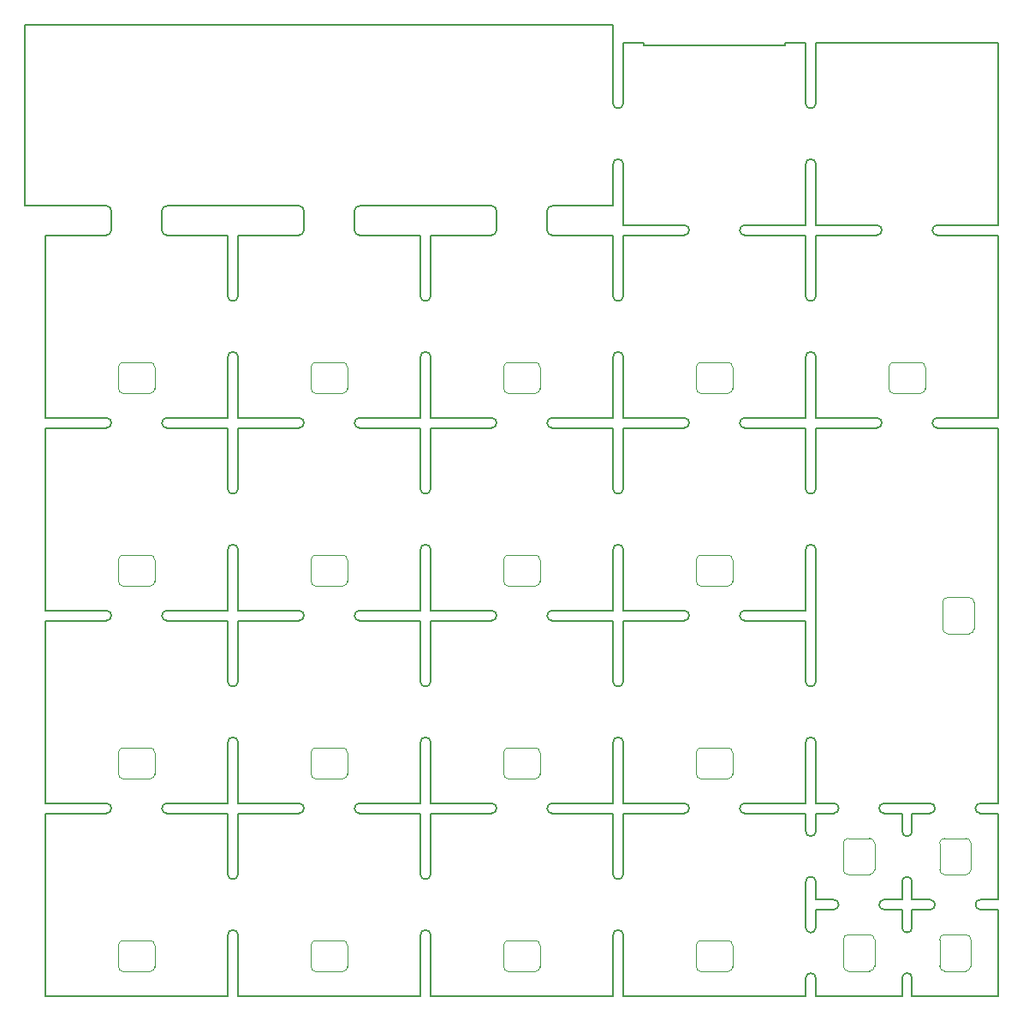
<source format=gm1>
%TF.GenerationSoftware,KiCad,Pcbnew,5.1.12-84ad8e8a86~92~ubuntu20.04.1*%
%TF.CreationDate,2021-11-14T16:01:40+01:00*%
%TF.ProjectId,Lergo,4c657267-6f2e-46b6-9963-61645f706362,v1.A*%
%TF.SameCoordinates,Original*%
%TF.FileFunction,Profile,NP*%
%FSLAX46Y46*%
G04 Gerber Fmt 4.6, Leading zero omitted, Abs format (unit mm)*
G04 Created by KiCad (PCBNEW 5.1.12-84ad8e8a86~92~ubuntu20.04.1) date 2021-11-14 16:01:40*
%MOMM*%
%LPD*%
G01*
G04 APERTURE LIST*
%TA.AperFunction,Profile*%
%ADD10C,0.150000*%
%TD*%
%TA.AperFunction,Profile*%
%ADD11C,0.120000*%
%TD*%
G04 APERTURE END LIST*
D10*
X101743750Y-57650216D02*
X101743750Y-57975000D01*
X99718880Y-57650216D02*
X101743750Y-57650216D01*
X115743750Y-57650216D02*
X115743750Y-57975000D01*
X117768880Y-57650216D02*
X115743750Y-57650216D01*
X42568750Y-55950216D02*
X40568750Y-55950216D01*
X42568750Y-73800000D02*
X40568750Y-73800000D01*
X42568750Y-151900000D02*
X60618750Y-151900000D01*
X42568750Y-133850000D02*
X42568750Y-151900000D01*
X42568750Y-95750000D02*
X42568750Y-113800000D01*
X42568750Y-76700000D02*
X42568750Y-94750000D01*
X98718880Y-55950216D02*
X98718880Y-57650216D01*
X98718880Y-55950216D02*
X42568750Y-55950216D01*
X115743750Y-57975000D02*
X101743750Y-57975000D01*
X136818750Y-57650216D02*
X118768880Y-57650216D01*
X136818750Y-75700000D02*
X136818750Y-57650216D01*
X136818750Y-94750000D02*
X136818750Y-76700000D01*
X136818750Y-132850000D02*
X136818750Y-95750000D01*
X136818750Y-133850000D02*
X136818750Y-142375000D01*
X136818750Y-151900000D02*
X136818750Y-143375000D01*
X128293750Y-151900000D02*
X136818750Y-151900000D01*
X118768750Y-151900000D02*
X127293750Y-151900000D01*
X99718750Y-151900000D02*
X117768750Y-151900000D01*
X80668750Y-151900000D02*
X98718750Y-151900000D01*
X61618750Y-151900000D02*
X79668750Y-151900000D01*
X42568750Y-114800000D02*
X42568750Y-132850000D01*
X40568750Y-55950216D02*
X40568750Y-73800000D01*
D11*
X134423750Y-115600000D02*
X134423750Y-113000000D01*
X131823750Y-116100000D02*
X133923750Y-116100000D01*
X133923750Y-112500000D02*
X131823750Y-112500000D01*
X131323750Y-113000000D02*
X131323750Y-115600000D01*
X131823750Y-116100000D02*
G75*
G02*
X131323750Y-115600000I0J500000D01*
G01*
X133923750Y-112500000D02*
G75*
G02*
X134423750Y-113000000I0J-500000D01*
G01*
X134423750Y-115600000D02*
G75*
G02*
X133923750Y-116100000I-500000J0D01*
G01*
X131323750Y-113000000D02*
G75*
G02*
X131823750Y-112500000I500000J0D01*
G01*
X126493750Y-92355000D02*
X129093750Y-92355000D01*
X125993750Y-89755000D02*
X125993750Y-91855000D01*
X129593750Y-91855000D02*
X129593750Y-89755000D01*
X129093750Y-89255000D02*
X126493750Y-89255000D01*
X125993750Y-89755000D02*
G75*
G02*
X126493750Y-89255000I500000J0D01*
G01*
X129593750Y-91855000D02*
G75*
G02*
X129093750Y-92355000I-500000J0D01*
G01*
X126493750Y-92355000D02*
G75*
G02*
X125993750Y-91855000I0J500000D01*
G01*
X129093750Y-89255000D02*
G75*
G02*
X129593750Y-89755000I0J-500000D01*
G01*
X69343750Y-111405000D02*
X71943750Y-111405000D01*
X68843750Y-108805000D02*
X68843750Y-110905000D01*
X72443750Y-110905000D02*
X72443750Y-108805000D01*
X71943750Y-108305000D02*
X69343750Y-108305000D01*
X68843750Y-108805000D02*
G75*
G02*
X69343750Y-108305000I500000J0D01*
G01*
X72443750Y-110905000D02*
G75*
G02*
X71943750Y-111405000I-500000J0D01*
G01*
X69343750Y-111405000D02*
G75*
G02*
X68843750Y-110905000I0J500000D01*
G01*
X71943750Y-108305000D02*
G75*
G02*
X72443750Y-108805000I0J-500000D01*
G01*
X69343750Y-92355000D02*
X71943750Y-92355000D01*
X68843750Y-89755000D02*
X68843750Y-91855000D01*
X72443750Y-91855000D02*
X72443750Y-89755000D01*
X71943750Y-89255000D02*
X69343750Y-89255000D01*
X68843750Y-89755000D02*
G75*
G02*
X69343750Y-89255000I500000J0D01*
G01*
X72443750Y-91855000D02*
G75*
G02*
X71943750Y-92355000I-500000J0D01*
G01*
X69343750Y-92355000D02*
G75*
G02*
X68843750Y-91855000I0J500000D01*
G01*
X71943750Y-89255000D02*
G75*
G02*
X72443750Y-89755000I0J-500000D01*
G01*
X69343750Y-130455000D02*
X71943750Y-130455000D01*
X68843750Y-127855000D02*
X68843750Y-129955000D01*
X72443750Y-129955000D02*
X72443750Y-127855000D01*
X71943750Y-127355000D02*
X69343750Y-127355000D01*
X68843750Y-127855000D02*
G75*
G02*
X69343750Y-127355000I500000J0D01*
G01*
X72443750Y-129955000D02*
G75*
G02*
X71943750Y-130455000I-500000J0D01*
G01*
X69343750Y-130455000D02*
G75*
G02*
X68843750Y-129955000I0J500000D01*
G01*
X71943750Y-127355000D02*
G75*
G02*
X72443750Y-127855000I0J-500000D01*
G01*
X69343750Y-149505000D02*
X71943750Y-149505000D01*
X68843750Y-146905000D02*
X68843750Y-149005000D01*
X72443750Y-149005000D02*
X72443750Y-146905000D01*
X71943750Y-146405000D02*
X69343750Y-146405000D01*
X68843750Y-146905000D02*
G75*
G02*
X69343750Y-146405000I500000J0D01*
G01*
X72443750Y-149005000D02*
G75*
G02*
X71943750Y-149505000I-500000J0D01*
G01*
X69343750Y-149505000D02*
G75*
G02*
X68843750Y-149005000I0J500000D01*
G01*
X71943750Y-146405000D02*
G75*
G02*
X72443750Y-146905000I0J-500000D01*
G01*
X88393750Y-111405000D02*
X90993750Y-111405000D01*
X87893750Y-108805000D02*
X87893750Y-110905000D01*
X91493750Y-110905000D02*
X91493750Y-108805000D01*
X90993750Y-108305000D02*
X88393750Y-108305000D01*
X87893750Y-108805000D02*
G75*
G02*
X88393750Y-108305000I500000J0D01*
G01*
X91493750Y-110905000D02*
G75*
G02*
X90993750Y-111405000I-500000J0D01*
G01*
X88393750Y-111405000D02*
G75*
G02*
X87893750Y-110905000I0J500000D01*
G01*
X90993750Y-108305000D02*
G75*
G02*
X91493750Y-108805000I0J-500000D01*
G01*
X88393750Y-130455000D02*
X90993750Y-130455000D01*
X87893750Y-127855000D02*
X87893750Y-129955000D01*
X91493750Y-129955000D02*
X91493750Y-127855000D01*
X90993750Y-127355000D02*
X88393750Y-127355000D01*
X87893750Y-127855000D02*
G75*
G02*
X88393750Y-127355000I500000J0D01*
G01*
X91493750Y-129955000D02*
G75*
G02*
X90993750Y-130455000I-500000J0D01*
G01*
X88393750Y-130455000D02*
G75*
G02*
X87893750Y-129955000I0J500000D01*
G01*
X90993750Y-127355000D02*
G75*
G02*
X91493750Y-127855000I0J-500000D01*
G01*
X88393750Y-149505000D02*
X90993750Y-149505000D01*
X87893750Y-146905000D02*
X87893750Y-149005000D01*
X91493750Y-149005000D02*
X91493750Y-146905000D01*
X90993750Y-146405000D02*
X88393750Y-146405000D01*
X87893750Y-146905000D02*
G75*
G02*
X88393750Y-146405000I500000J0D01*
G01*
X91493750Y-149005000D02*
G75*
G02*
X90993750Y-149505000I-500000J0D01*
G01*
X88393750Y-149505000D02*
G75*
G02*
X87893750Y-149005000I0J500000D01*
G01*
X90993750Y-146405000D02*
G75*
G02*
X91493750Y-146905000I0J-500000D01*
G01*
X107443750Y-111405000D02*
X110043750Y-111405000D01*
X106943750Y-108805000D02*
X106943750Y-110905000D01*
X110543750Y-110905000D02*
X110543750Y-108805000D01*
X110043750Y-108305000D02*
X107443750Y-108305000D01*
X106943750Y-108805000D02*
G75*
G02*
X107443750Y-108305000I500000J0D01*
G01*
X110543750Y-110905000D02*
G75*
G02*
X110043750Y-111405000I-500000J0D01*
G01*
X107443750Y-111405000D02*
G75*
G02*
X106943750Y-110905000I0J500000D01*
G01*
X110043750Y-108305000D02*
G75*
G02*
X110543750Y-108805000I0J-500000D01*
G01*
X107443750Y-149505000D02*
X110043750Y-149505000D01*
X106943750Y-146905000D02*
X106943750Y-149005000D01*
X110543750Y-149005000D02*
X110543750Y-146905000D01*
X110043750Y-146405000D02*
X107443750Y-146405000D01*
X106943750Y-146905000D02*
G75*
G02*
X107443750Y-146405000I500000J0D01*
G01*
X110543750Y-149005000D02*
G75*
G02*
X110043750Y-149505000I-500000J0D01*
G01*
X107443750Y-149505000D02*
G75*
G02*
X106943750Y-149005000I0J500000D01*
G01*
X110043750Y-146405000D02*
G75*
G02*
X110543750Y-146905000I0J-500000D01*
G01*
X88393750Y-92355000D02*
X90993750Y-92355000D01*
X87893750Y-89755000D02*
X87893750Y-91855000D01*
X91493750Y-91855000D02*
X91493750Y-89755000D01*
X90993750Y-89255000D02*
X88393750Y-89255000D01*
X87893750Y-89755000D02*
G75*
G02*
X88393750Y-89255000I500000J0D01*
G01*
X91493750Y-91855000D02*
G75*
G02*
X90993750Y-92355000I-500000J0D01*
G01*
X88393750Y-92355000D02*
G75*
G02*
X87893750Y-91855000I0J500000D01*
G01*
X90993750Y-89255000D02*
G75*
G02*
X91493750Y-89755000I0J-500000D01*
G01*
X50293750Y-92355000D02*
X52893750Y-92355000D01*
X49793750Y-89755000D02*
X49793750Y-91855000D01*
X53393750Y-91855000D02*
X53393750Y-89755000D01*
X52893750Y-89255000D02*
X50293750Y-89255000D01*
X49793750Y-89755000D02*
G75*
G02*
X50293750Y-89255000I500000J0D01*
G01*
X53393750Y-91855000D02*
G75*
G02*
X52893750Y-92355000I-500000J0D01*
G01*
X50293750Y-92355000D02*
G75*
G02*
X49793750Y-91855000I0J500000D01*
G01*
X52893750Y-89255000D02*
G75*
G02*
X53393750Y-89755000I0J-500000D01*
G01*
X50293750Y-111405000D02*
X52893750Y-111405000D01*
X49793750Y-108805000D02*
X49793750Y-110905000D01*
X53393750Y-110905000D02*
X53393750Y-108805000D01*
X52893750Y-108305000D02*
X50293750Y-108305000D01*
X49793750Y-108805000D02*
G75*
G02*
X50293750Y-108305000I500000J0D01*
G01*
X53393750Y-110905000D02*
G75*
G02*
X52893750Y-111405000I-500000J0D01*
G01*
X50293750Y-111405000D02*
G75*
G02*
X49793750Y-110905000I0J500000D01*
G01*
X52893750Y-108305000D02*
G75*
G02*
X53393750Y-108805000I0J-500000D01*
G01*
X50293750Y-130455000D02*
X52893750Y-130455000D01*
X49793750Y-127855000D02*
X49793750Y-129955000D01*
X53393750Y-129955000D02*
X53393750Y-127855000D01*
X52893750Y-127355000D02*
X50293750Y-127355000D01*
X49793750Y-127855000D02*
G75*
G02*
X50293750Y-127355000I500000J0D01*
G01*
X53393750Y-129955000D02*
G75*
G02*
X52893750Y-130455000I-500000J0D01*
G01*
X50293750Y-130455000D02*
G75*
G02*
X49793750Y-129955000I0J500000D01*
G01*
X52893750Y-127355000D02*
G75*
G02*
X53393750Y-127855000I0J-500000D01*
G01*
X50293750Y-149505000D02*
X52893750Y-149505000D01*
X49793750Y-146905000D02*
X49793750Y-149005000D01*
X53393750Y-149005000D02*
X53393750Y-146905000D01*
X52893750Y-146405000D02*
X50293750Y-146405000D01*
X49793750Y-146905000D02*
G75*
G02*
X50293750Y-146405000I500000J0D01*
G01*
X53393750Y-149005000D02*
G75*
G02*
X52893750Y-149505000I-500000J0D01*
G01*
X50293750Y-149505000D02*
G75*
G02*
X49793750Y-149005000I0J500000D01*
G01*
X52893750Y-146405000D02*
G75*
G02*
X53393750Y-146905000I0J-500000D01*
G01*
X107443750Y-92355000D02*
X110043750Y-92355000D01*
X106943750Y-89755000D02*
X106943750Y-91855000D01*
X110543750Y-91855000D02*
X110543750Y-89755000D01*
X110043750Y-89255000D02*
X107443750Y-89255000D01*
X106943750Y-89755000D02*
G75*
G02*
X107443750Y-89255000I500000J0D01*
G01*
X110543750Y-91855000D02*
G75*
G02*
X110043750Y-92355000I-500000J0D01*
G01*
X107443750Y-92355000D02*
G75*
G02*
X106943750Y-91855000I0J500000D01*
G01*
X110043750Y-89255000D02*
G75*
G02*
X110543750Y-89755000I0J-500000D01*
G01*
X107443750Y-130455000D02*
X110043750Y-130455000D01*
X106943750Y-127855000D02*
X106943750Y-129955000D01*
X110543750Y-129955000D02*
X110543750Y-127855000D01*
X110043750Y-127355000D02*
X107443750Y-127355000D01*
X106943750Y-127855000D02*
G75*
G02*
X107443750Y-127355000I500000J0D01*
G01*
X110543750Y-129955000D02*
G75*
G02*
X110043750Y-130455000I-500000J0D01*
G01*
X107443750Y-130455000D02*
G75*
G02*
X106943750Y-129955000I0J500000D01*
G01*
X110043750Y-127355000D02*
G75*
G02*
X110543750Y-127855000I0J-500000D01*
G01*
D10*
X98718750Y-82725000D02*
X98718750Y-76700000D01*
X99718750Y-69675000D02*
X99718750Y-75700000D01*
X98718750Y-76700000D02*
X92693750Y-76700000D01*
X99718750Y-76700000D02*
X99718750Y-82725000D01*
X105743750Y-76700000D02*
X99718750Y-76700000D01*
X92693750Y-73800000D02*
X98718750Y-73800000D01*
X99718750Y-75700000D02*
X105743750Y-75700000D01*
X98718750Y-73800000D02*
X98718750Y-69675000D01*
X92193750Y-76200000D02*
X92193750Y-74300000D01*
X99718750Y-82725000D02*
G75*
G02*
X98718750Y-82725000I-500000J0D01*
G01*
X92693750Y-76700000D02*
G75*
G02*
X92193750Y-76200000I0J500000D01*
G01*
X105743750Y-75700000D02*
G75*
G02*
X105743750Y-76700000I0J-500000D01*
G01*
X98718750Y-69675000D02*
G75*
G02*
X99718750Y-69675000I500000J0D01*
G01*
X92193750Y-74300000D02*
G75*
G02*
X92693750Y-73800000I500000J0D01*
G01*
X48593750Y-73800000D02*
X42568750Y-73800000D01*
X42568750Y-76700000D02*
X48593750Y-76700000D01*
X49093750Y-74300000D02*
X49093750Y-76200000D01*
X48593750Y-73800000D02*
G75*
G02*
X49093750Y-74300000I0J-500000D01*
G01*
X49093750Y-76200000D02*
G75*
G02*
X48593750Y-76700000I-500000J0D01*
G01*
X73643750Y-73800000D02*
X86693750Y-73800000D01*
X79668750Y-82725000D02*
X79668750Y-76700000D01*
X86693750Y-76700000D02*
X80668750Y-76700000D01*
X80668750Y-76700000D02*
X80668750Y-82725000D01*
X79668750Y-76700000D02*
X73643750Y-76700000D01*
X73143750Y-76200000D02*
X73143750Y-74300000D01*
X87193750Y-76200000D02*
X87193750Y-74300000D01*
X73643750Y-76700000D02*
G75*
G02*
X73143750Y-76200000I0J500000D01*
G01*
X80668750Y-82725000D02*
G75*
G02*
X79668750Y-82725000I-500000J0D01*
G01*
X87193750Y-76200000D02*
G75*
G02*
X86693750Y-76700000I-500000J0D01*
G01*
X73143750Y-74300000D02*
G75*
G02*
X73643750Y-73800000I500000J0D01*
G01*
X86693750Y-73800000D02*
G75*
G02*
X87193750Y-74300000I0J-500000D01*
G01*
X54593750Y-73800000D02*
X67643750Y-73800000D01*
X60618750Y-82725000D02*
X60618750Y-76700000D01*
X67643750Y-76700000D02*
X61618750Y-76700000D01*
X61618750Y-76700000D02*
X61618750Y-82725000D01*
X60618750Y-76700000D02*
X54593750Y-76700000D01*
X54093750Y-76200000D02*
X54093750Y-74300000D01*
X68143750Y-76200000D02*
X68143750Y-74300000D01*
X54593750Y-76700000D02*
G75*
G02*
X54093750Y-76200000I0J500000D01*
G01*
X61618750Y-82725000D02*
G75*
G02*
X60618750Y-82725000I-500000J0D01*
G01*
X68143750Y-76200000D02*
G75*
G02*
X67643750Y-76700000I-500000J0D01*
G01*
X54093750Y-74300000D02*
G75*
G02*
X54593750Y-73800000I500000J0D01*
G01*
X67643750Y-73800000D02*
G75*
G02*
X68143750Y-74300000I0J-500000D01*
G01*
X117768750Y-113800000D02*
X117768750Y-107775000D01*
X111743750Y-113800000D02*
X117768750Y-113800000D01*
X117768750Y-114800000D02*
X111743750Y-114800000D01*
X117768750Y-120825000D02*
X117768750Y-114800000D01*
X118768750Y-107775000D02*
X118768750Y-120825000D01*
X111743750Y-114800000D02*
G75*
G02*
X111743750Y-113800000I0J500000D01*
G01*
X118768750Y-120825000D02*
G75*
G02*
X117768750Y-120825000I-500000J0D01*
G01*
X117768750Y-107775000D02*
G75*
G02*
X118768750Y-107775000I500000J0D01*
G01*
X111743750Y-133850000D02*
X117768750Y-133850000D01*
X117768750Y-132850000D02*
X111743750Y-132850000D01*
X111743750Y-133850000D02*
G75*
G02*
X111743750Y-132850000I0J500000D01*
G01*
X117768750Y-126825000D02*
X117768750Y-132850000D01*
X118768750Y-132850000D02*
X118768750Y-126825000D01*
X117768750Y-126825000D02*
G75*
G02*
X118768750Y-126825000I500000J0D01*
G01*
X48593750Y-132850000D02*
X42568750Y-132850000D01*
X42568750Y-133850000D02*
X48593750Y-133850000D01*
X48593750Y-132850000D02*
G75*
G02*
X48593750Y-133850000I0J-500000D01*
G01*
X48593750Y-113800000D02*
X42568750Y-113800000D01*
X42568750Y-114800000D02*
X48593750Y-114800000D01*
X48593750Y-113800000D02*
G75*
G02*
X48593750Y-114800000I0J-500000D01*
G01*
X60618750Y-145875000D02*
X60618750Y-151900000D01*
X61618750Y-151900000D02*
X61618750Y-145875000D01*
X60618750Y-145875000D02*
G75*
G02*
X61618750Y-145875000I500000J0D01*
G01*
X48593750Y-94750000D02*
X42568750Y-94750000D01*
X42568750Y-95750000D02*
X48593750Y-95750000D01*
X48593750Y-94750000D02*
G75*
G02*
X48593750Y-95750000I0J-500000D01*
G01*
X79668750Y-145875000D02*
X79668750Y-151900000D01*
X80668750Y-151900000D02*
X80668750Y-145875000D01*
X79668750Y-145875000D02*
G75*
G02*
X80668750Y-145875000I500000J0D01*
G01*
X98718750Y-145875000D02*
X98718750Y-151900000D01*
X99718750Y-151900000D02*
X99718750Y-145875000D01*
X98718750Y-145875000D02*
G75*
G02*
X99718750Y-145875000I500000J0D01*
G01*
X130793750Y-95750000D02*
X136818750Y-95750000D01*
X136818750Y-94750000D02*
X130793750Y-94750000D01*
X130793750Y-95750000D02*
G75*
G02*
X130793750Y-94750000I0J500000D01*
G01*
X130793750Y-76700000D02*
X136818750Y-76700000D01*
X136818750Y-75700000D02*
X130793750Y-75700000D01*
X130793750Y-76700000D02*
G75*
G02*
X130793750Y-75700000I0J500000D01*
G01*
X118768880Y-63675216D02*
X118768880Y-57650216D01*
X117768880Y-57650216D02*
X117768880Y-63675216D01*
X118768880Y-63675216D02*
G75*
G02*
X117768880Y-63675216I-500000J0D01*
G01*
X99718880Y-63675216D02*
X99718880Y-57650216D01*
X98718880Y-57650216D02*
X98718880Y-63675216D01*
X99718880Y-63675216D02*
G75*
G02*
X98718880Y-63675216I-500000J0D01*
G01*
X111743750Y-75700000D02*
X117768750Y-75700000D01*
X117768750Y-75700000D02*
X117768750Y-69675000D01*
X118768750Y-69675000D02*
X118768750Y-75700000D01*
X118768750Y-75700000D02*
X124793750Y-75700000D01*
X124793750Y-76700000D02*
X118768750Y-76700000D01*
X118768750Y-76700000D02*
X118768750Y-82725000D01*
X117768750Y-82725000D02*
X117768750Y-76700000D01*
X117768750Y-76700000D02*
X111743750Y-76700000D01*
X111743750Y-76700000D02*
G75*
G02*
X111743750Y-75700000I0J500000D01*
G01*
X124793750Y-75700000D02*
G75*
G02*
X124793750Y-76700000I0J-500000D01*
G01*
X118768750Y-82725000D02*
G75*
G02*
X117768750Y-82725000I-500000J0D01*
G01*
X117768750Y-69675000D02*
G75*
G02*
X118768750Y-69675000I500000J0D01*
G01*
X92693750Y-94750000D02*
X98718750Y-94750000D01*
X98718750Y-94750000D02*
X98718750Y-88725000D01*
X99718750Y-88725000D02*
X99718750Y-94750000D01*
X99718750Y-94750000D02*
X105743750Y-94750000D01*
X105743750Y-95750000D02*
X99718750Y-95750000D01*
X99718750Y-95750000D02*
X99718750Y-101775000D01*
X98718750Y-101775000D02*
X98718750Y-95750000D01*
X98718750Y-95750000D02*
X92693750Y-95750000D01*
X92693750Y-95750000D02*
G75*
G02*
X92693750Y-94750000I0J500000D01*
G01*
X105743750Y-94750000D02*
G75*
G02*
X105743750Y-95750000I0J-500000D01*
G01*
X99718750Y-101775000D02*
G75*
G02*
X98718750Y-101775000I-500000J0D01*
G01*
X98718750Y-88725000D02*
G75*
G02*
X99718750Y-88725000I500000J0D01*
G01*
X92693750Y-113800000D02*
X98718750Y-113800000D01*
X98718750Y-113800000D02*
X98718750Y-107775000D01*
X99718750Y-107775000D02*
X99718750Y-113800000D01*
X99718750Y-113800000D02*
X105743750Y-113800000D01*
X105743750Y-114800000D02*
X99718750Y-114800000D01*
X99718750Y-114800000D02*
X99718750Y-120825000D01*
X98718750Y-120825000D02*
X98718750Y-114800000D01*
X98718750Y-114800000D02*
X92693750Y-114800000D01*
X92693750Y-114800000D02*
G75*
G02*
X92693750Y-113800000I0J500000D01*
G01*
X105743750Y-113800000D02*
G75*
G02*
X105743750Y-114800000I0J-500000D01*
G01*
X99718750Y-120825000D02*
G75*
G02*
X98718750Y-120825000I-500000J0D01*
G01*
X98718750Y-107775000D02*
G75*
G02*
X99718750Y-107775000I500000J0D01*
G01*
X92693750Y-132850000D02*
X98718750Y-132850000D01*
X98718750Y-132850000D02*
X98718750Y-126825000D01*
X99718750Y-126825000D02*
X99718750Y-132850000D01*
X99718750Y-132850000D02*
X105743750Y-132850000D01*
X105743750Y-133850000D02*
X99718750Y-133850000D01*
X99718750Y-133850000D02*
X99718750Y-139875000D01*
X98718750Y-139875000D02*
X98718750Y-133850000D01*
X98718750Y-133850000D02*
X92693750Y-133850000D01*
X92693750Y-133850000D02*
G75*
G02*
X92693750Y-132850000I0J500000D01*
G01*
X105743750Y-132850000D02*
G75*
G02*
X105743750Y-133850000I0J-500000D01*
G01*
X99718750Y-139875000D02*
G75*
G02*
X98718750Y-139875000I-500000J0D01*
G01*
X98718750Y-126825000D02*
G75*
G02*
X99718750Y-126825000I500000J0D01*
G01*
X111743750Y-94750000D02*
X117768750Y-94750000D01*
X117768750Y-94750000D02*
X117768750Y-88725000D01*
X118768750Y-88725000D02*
X118768750Y-94750000D01*
X118768750Y-94750000D02*
X124793750Y-94750000D01*
X124793750Y-95750000D02*
X118768750Y-95750000D01*
X118768750Y-95750000D02*
X118768750Y-101775000D01*
X117768750Y-101775000D02*
X117768750Y-95750000D01*
X117768750Y-95750000D02*
X111743750Y-95750000D01*
X111743750Y-95750000D02*
G75*
G02*
X111743750Y-94750000I0J500000D01*
G01*
X124793750Y-94750000D02*
G75*
G02*
X124793750Y-95750000I0J-500000D01*
G01*
X118768750Y-101775000D02*
G75*
G02*
X117768750Y-101775000I-500000J0D01*
G01*
X117768750Y-88725000D02*
G75*
G02*
X118768750Y-88725000I500000J0D01*
G01*
X73643750Y-132850000D02*
X79668750Y-132850000D01*
X79668750Y-132850000D02*
X79668750Y-126825000D01*
X80668750Y-126825000D02*
X80668750Y-132850000D01*
X80668750Y-132850000D02*
X86693750Y-132850000D01*
X86693750Y-133850000D02*
X80668750Y-133850000D01*
X80668750Y-133850000D02*
X80668750Y-139875000D01*
X79668750Y-139875000D02*
X79668750Y-133850000D01*
X79668750Y-133850000D02*
X73643750Y-133850000D01*
X73643750Y-133850000D02*
G75*
G02*
X73643750Y-132850000I0J500000D01*
G01*
X86693750Y-132850000D02*
G75*
G02*
X86693750Y-133850000I0J-500000D01*
G01*
X80668750Y-139875000D02*
G75*
G02*
X79668750Y-139875000I-500000J0D01*
G01*
X79668750Y-126825000D02*
G75*
G02*
X80668750Y-126825000I500000J0D01*
G01*
X73643750Y-94750000D02*
X79668750Y-94750000D01*
X79668750Y-94750000D02*
X79668750Y-88725000D01*
X80668750Y-88725000D02*
X80668750Y-94750000D01*
X80668750Y-94750000D02*
X86693750Y-94750000D01*
X86693750Y-95750000D02*
X80668750Y-95750000D01*
X80668750Y-95750000D02*
X80668750Y-101775000D01*
X79668750Y-101775000D02*
X79668750Y-95750000D01*
X79668750Y-95750000D02*
X73643750Y-95750000D01*
X73643750Y-95750000D02*
G75*
G02*
X73643750Y-94750000I0J500000D01*
G01*
X86693750Y-94750000D02*
G75*
G02*
X86693750Y-95750000I0J-500000D01*
G01*
X80668750Y-101775000D02*
G75*
G02*
X79668750Y-101775000I-500000J0D01*
G01*
X79668750Y-88725000D02*
G75*
G02*
X80668750Y-88725000I500000J0D01*
G01*
X73643750Y-113800000D02*
X79668750Y-113800000D01*
X79668750Y-113800000D02*
X79668750Y-107775000D01*
X80668750Y-107775000D02*
X80668750Y-113800000D01*
X80668750Y-113800000D02*
X86693750Y-113800000D01*
X86693750Y-114800000D02*
X80668750Y-114800000D01*
X80668750Y-114800000D02*
X80668750Y-120825000D01*
X79668750Y-120825000D02*
X79668750Y-114800000D01*
X79668750Y-114800000D02*
X73643750Y-114800000D01*
X73643750Y-114800000D02*
G75*
G02*
X73643750Y-113800000I0J500000D01*
G01*
X86693750Y-113800000D02*
G75*
G02*
X86693750Y-114800000I0J-500000D01*
G01*
X80668750Y-120825000D02*
G75*
G02*
X79668750Y-120825000I-500000J0D01*
G01*
X79668750Y-107775000D02*
G75*
G02*
X80668750Y-107775000I500000J0D01*
G01*
X54593750Y-132850000D02*
X60618750Y-132850000D01*
X60618750Y-132850000D02*
X60618750Y-126825000D01*
X61618750Y-126825000D02*
X61618750Y-132850000D01*
X61618750Y-132850000D02*
X67643750Y-132850000D01*
X67643750Y-133850000D02*
X61618750Y-133850000D01*
X61618750Y-133850000D02*
X61618750Y-139875000D01*
X60618750Y-139875000D02*
X60618750Y-133850000D01*
X60618750Y-133850000D02*
X54593750Y-133850000D01*
X54593750Y-133850000D02*
G75*
G02*
X54593750Y-132850000I0J500000D01*
G01*
X67643750Y-132850000D02*
G75*
G02*
X67643750Y-133850000I0J-500000D01*
G01*
X61618750Y-139875000D02*
G75*
G02*
X60618750Y-139875000I-500000J0D01*
G01*
X60618750Y-126825000D02*
G75*
G02*
X61618750Y-126825000I500000J0D01*
G01*
X54593750Y-94750000D02*
X60618750Y-94750000D01*
X60618750Y-94750000D02*
X60618750Y-88725000D01*
X61618750Y-88725000D02*
X61618750Y-94750000D01*
X61618750Y-94750000D02*
X67643750Y-94750000D01*
X67643750Y-95750000D02*
X61618750Y-95750000D01*
X61618750Y-95750000D02*
X61618750Y-101775000D01*
X60618750Y-101775000D02*
X60618750Y-95750000D01*
X60618750Y-95750000D02*
X54593750Y-95750000D01*
X54593750Y-95750000D02*
G75*
G02*
X54593750Y-94750000I0J500000D01*
G01*
X67643750Y-94750000D02*
G75*
G02*
X67643750Y-95750000I0J-500000D01*
G01*
X61618750Y-101775000D02*
G75*
G02*
X60618750Y-101775000I-500000J0D01*
G01*
X60618750Y-88725000D02*
G75*
G02*
X61618750Y-88725000I500000J0D01*
G01*
X54593750Y-113800000D02*
X60618750Y-113800000D01*
X60618750Y-113800000D02*
X60618750Y-107775000D01*
X61618750Y-107775000D02*
X61618750Y-113800000D01*
X61618750Y-113800000D02*
X67643750Y-113800000D01*
X67643750Y-114800000D02*
X61618750Y-114800000D01*
X61618750Y-114800000D02*
X61618750Y-120825000D01*
X60618750Y-120825000D02*
X60618750Y-114800000D01*
X60618750Y-114800000D02*
X54593750Y-114800000D01*
X54593750Y-114800000D02*
G75*
G02*
X54593750Y-113800000I0J500000D01*
G01*
X67643750Y-113800000D02*
G75*
G02*
X67643750Y-114800000I0J-500000D01*
G01*
X61618750Y-120825000D02*
G75*
G02*
X60618750Y-120825000I-500000J0D01*
G01*
X60618750Y-107775000D02*
G75*
G02*
X61618750Y-107775000I500000J0D01*
G01*
D11*
X124081250Y-136312500D02*
X121981250Y-136312500D01*
X124581250Y-139412500D02*
X124581250Y-136812500D01*
X121981250Y-139912500D02*
X124081250Y-139912500D01*
X121481250Y-136812500D02*
X121481250Y-139412500D01*
X121481250Y-136812500D02*
G75*
G02*
X121981250Y-136312500I500000J0D01*
G01*
X121981250Y-139912500D02*
G75*
G02*
X121481250Y-139412500I0J500000D01*
G01*
X124581250Y-139412500D02*
G75*
G02*
X124081250Y-139912500I-500000J0D01*
G01*
X124081250Y-136312500D02*
G75*
G02*
X124581250Y-136812500I0J-500000D01*
G01*
X131506250Y-145837500D02*
X133606250Y-145837500D01*
X131006250Y-148937500D02*
X131006250Y-146337500D01*
X133606250Y-149437500D02*
X131506250Y-149437500D01*
X134106250Y-146337500D02*
X134106250Y-148937500D01*
X134106250Y-146337500D02*
G75*
G03*
X133606250Y-145837500I-500000J0D01*
G01*
X133606250Y-149437500D02*
G75*
G03*
X134106250Y-148937500I0J500000D01*
G01*
X131006250Y-148937500D02*
G75*
G03*
X131506250Y-149437500I500000J0D01*
G01*
X131506250Y-145837500D02*
G75*
G03*
X131006250Y-146337500I0J-500000D01*
G01*
X131506250Y-136312500D02*
X133606250Y-136312500D01*
X131006250Y-139412500D02*
X131006250Y-136812500D01*
X133606250Y-139912500D02*
X131506250Y-139912500D01*
X134106250Y-136812500D02*
X134106250Y-139412500D01*
X134106250Y-136812500D02*
G75*
G03*
X133606250Y-136312500I-500000J0D01*
G01*
X133606250Y-139912500D02*
G75*
G03*
X134106250Y-139412500I0J500000D01*
G01*
X131006250Y-139412500D02*
G75*
G03*
X131506250Y-139912500I500000J0D01*
G01*
X131506250Y-136312500D02*
G75*
G03*
X131006250Y-136812500I0J-500000D01*
G01*
X124081250Y-145837500D02*
X121981250Y-145837500D01*
X124581250Y-148937500D02*
X124581250Y-146337500D01*
X121981250Y-149437500D02*
X124081250Y-149437500D01*
X121481250Y-146337500D02*
X121481250Y-148937500D01*
X121481250Y-146337500D02*
G75*
G02*
X121981250Y-145837500I500000J0D01*
G01*
X121981250Y-149437500D02*
G75*
G02*
X121481250Y-148937500I0J500000D01*
G01*
X124581250Y-148937500D02*
G75*
G02*
X124081250Y-149437500I-500000J0D01*
G01*
X124081250Y-145837500D02*
G75*
G02*
X124581250Y-146337500I0J-500000D01*
G01*
D10*
X118768750Y-142375000D02*
X118768750Y-140612500D01*
X118768750Y-145137500D02*
X118768750Y-143375000D01*
X117768750Y-140612500D02*
X117768750Y-145137500D01*
X118768750Y-143375000D02*
X120531250Y-143375000D01*
X120531250Y-142375000D02*
X118768750Y-142375000D01*
X120531250Y-142375000D02*
G75*
G02*
X120531250Y-143375000I0J-500000D01*
G01*
X118768750Y-145137500D02*
G75*
G02*
X117768750Y-145137500I-500000J0D01*
G01*
X117768750Y-140612500D02*
G75*
G02*
X118768750Y-140612500I500000J0D01*
G01*
X128293750Y-133850000D02*
X130056250Y-133850000D01*
X125531250Y-133850000D02*
X127293750Y-133850000D01*
X130056250Y-132850000D02*
X125531250Y-132850000D01*
X127293750Y-133850000D02*
X127293750Y-135612500D01*
X128293750Y-135612500D02*
X128293750Y-133850000D01*
X128293750Y-135612500D02*
G75*
G02*
X127293750Y-135612500I-500000J0D01*
G01*
X125531250Y-133850000D02*
G75*
G02*
X125531250Y-132850000I0J500000D01*
G01*
X130056250Y-132850000D02*
G75*
G02*
X130056250Y-133850000I0J-500000D01*
G01*
X128293750Y-145137500D02*
X128293750Y-143375000D01*
X127293750Y-143375000D02*
X127293750Y-145137500D01*
X127293750Y-142375000D02*
X125531250Y-142375000D01*
X125531250Y-143375000D02*
X127293750Y-143375000D01*
X127293750Y-140612500D02*
X127293750Y-142375000D01*
X128293750Y-142375000D02*
X128293750Y-140612500D01*
X128293750Y-143375000D02*
X130056250Y-143375000D01*
X130056250Y-142375000D02*
X128293750Y-142375000D01*
X128293750Y-145137500D02*
G75*
G02*
X127293750Y-145137500I-500000J0D01*
G01*
X125531250Y-143375000D02*
G75*
G02*
X125531250Y-142375000I0J500000D01*
G01*
X127293750Y-140612500D02*
G75*
G02*
X128293750Y-140612500I500000J0D01*
G01*
X130056250Y-142375000D02*
G75*
G02*
X130056250Y-143375000I0J-500000D01*
G01*
X118768750Y-133850000D02*
X120531250Y-133850000D01*
X120531250Y-132850000D02*
X118768750Y-132850000D01*
X120531250Y-132850000D02*
G75*
G02*
X120531250Y-133850000I0J-500000D01*
G01*
X117768750Y-133850000D02*
X117768750Y-135612500D01*
X118768750Y-135612500D02*
X118768750Y-133850000D01*
X118768750Y-135612500D02*
G75*
G02*
X117768750Y-135612500I-500000J0D01*
G01*
X136818750Y-132850000D02*
X135056250Y-132850000D01*
X135056250Y-133850000D02*
X136818750Y-133850000D01*
X135056250Y-133850000D02*
G75*
G02*
X135056250Y-132850000I0J500000D01*
G01*
X136818750Y-142375000D02*
X135056250Y-142375000D01*
X135056250Y-143375000D02*
X136818750Y-143375000D01*
X135056250Y-143375000D02*
G75*
G02*
X135056250Y-142375000I0J500000D01*
G01*
X128293750Y-151900000D02*
X128293750Y-150137500D01*
X127293750Y-150137500D02*
X127293750Y-151900000D01*
X127293750Y-150137500D02*
G75*
G02*
X128293750Y-150137500I500000J0D01*
G01*
X118768750Y-151900000D02*
X118768750Y-150137500D01*
X117768750Y-150137500D02*
X117768750Y-151900000D01*
X117768750Y-150137500D02*
G75*
G02*
X118768750Y-150137500I500000J0D01*
G01*
M02*

</source>
